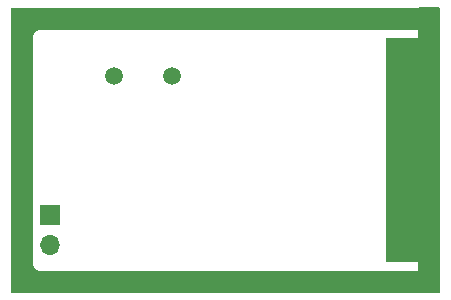
<source format=gbs>
G04 #@! TF.GenerationSoftware,KiCad,Pcbnew,8.0.2*
G04 #@! TF.CreationDate,2024-06-05T16:41:01+02:00*
G04 #@! TF.ProjectId,Local Oscillator 60 MHz,4c6f6361-6c20-44f7-9363-696c6c61746f,rev?*
G04 #@! TF.SameCoordinates,Original*
G04 #@! TF.FileFunction,Soldermask,Bot*
G04 #@! TF.FilePolarity,Negative*
%FSLAX46Y46*%
G04 Gerber Fmt 4.6, Leading zero omitted, Abs format (unit mm)*
G04 Created by KiCad (PCBNEW 8.0.2) date 2024-06-05 16:41:01*
%MOMM*%
%LPD*%
G01*
G04 APERTURE LIST*
%ADD10C,0.200000*%
%ADD11C,0.100000*%
%ADD12R,1.700000X1.700000*%
%ADD13O,1.700000X1.700000*%
%ADD14C,1.500000*%
%ADD15R,4.000000X6.000000*%
G04 APERTURE END LIST*
D10*
X116500000Y-82250000D02*
X114750000Y-82250000D01*
X114750000Y-58250000D01*
X116500000Y-58250000D01*
X116500000Y-82250000D01*
G36*
X116500000Y-82250000D02*
G01*
X114750000Y-82250000D01*
X114750000Y-58250000D01*
X116500000Y-58250000D01*
X116500000Y-82250000D01*
G37*
D11*
X116150000Y-59500000D02*
X116000000Y-59800000D01*
X115700000Y-60000000D01*
X82500000Y-60000000D01*
X82146447Y-60146447D01*
X82000000Y-60500000D01*
X82000000Y-80000000D01*
X82146447Y-80353553D01*
X82500000Y-80500000D01*
X115700000Y-80500000D01*
X116000000Y-80700000D01*
X116150000Y-81000000D01*
X116150000Y-82250000D01*
X80250000Y-82250000D01*
X80250000Y-58250000D01*
X116150000Y-58250000D01*
X116150000Y-59500000D01*
G36*
X116150000Y-59500000D02*
G01*
X116000000Y-59800000D01*
X115700000Y-60000000D01*
X82500000Y-60000000D01*
X82146447Y-60146447D01*
X82000000Y-60500000D01*
X82000000Y-80000000D01*
X82146447Y-80353553D01*
X82500000Y-80500000D01*
X115700000Y-80500000D01*
X116000000Y-80700000D01*
X116150000Y-81000000D01*
X116150000Y-82250000D01*
X80250000Y-82250000D01*
X80250000Y-58250000D01*
X116150000Y-58250000D01*
X116150000Y-59500000D01*
G37*
G36*
X112000000Y-60750000D02*
G01*
X116500000Y-60750000D01*
X116500000Y-79750000D01*
X112000000Y-79750000D01*
X112000000Y-60750000D01*
G37*
D12*
X83500000Y-75725000D03*
D13*
X83500000Y-78265000D03*
D14*
X88975000Y-64000000D03*
X93855000Y-64000000D03*
D15*
X114000000Y-63750000D03*
X114000000Y-76750000D03*
X114000000Y-70250000D03*
M02*

</source>
